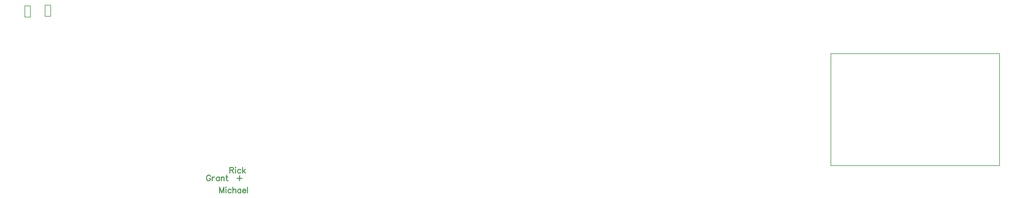
<source format=gbr>
G04 DipTrace 2.4.0.2*
%INTopAssy.gbr*%
%MOMM*%
%ADD10C,0.254*%
%ADD117C,0.392*%
%FSLAX53Y53*%
G04*
G71*
G90*
G75*
G01*
%LNTopAssy*%
%LPD*%
X36090Y104888D2*
D10*
X33550D1*
Y99808D1*
X36090D1*
Y104888D1*
X45297Y105205D2*
X42757D1*
Y100125D1*
X45297D1*
Y105205D1*
X397723Y32339D2*
X473922D1*
Y83139D1*
X397723D1*
Y32339D1*
X126180Y30319D2*
D117*
X127272D1*
X127637Y30442D1*
X127761Y30563D1*
X127881Y30805D1*
Y31049D1*
X127761Y31290D1*
X127637Y31414D1*
X127272Y31535D1*
X126180D1*
Y28982D1*
X127031Y30319D2*
X127881Y28982D1*
X128666Y31535D2*
X128787Y31414D1*
X128910Y31535D1*
X128787Y31658D1*
X128666Y31535D1*
X128787Y30684D2*
Y28982D1*
X131154Y30319D2*
X130910Y30563D1*
X130666Y30684D1*
X130304D1*
X130059Y30563D1*
X129818Y30319D1*
X129694Y29954D1*
Y29712D1*
X129818Y29347D1*
X130059Y29106D1*
X130304Y28982D1*
X130666D1*
X130910Y29106D1*
X131154Y29347D1*
X131939Y31535D2*
Y28982D1*
X133154Y30684D2*
X131939Y29468D1*
X132424Y29954D2*
X133275Y28982D1*
X117502Y27428D2*
X117381Y27670D1*
X117137Y27914D1*
X116896Y28035D1*
X116410D1*
X116166Y27914D1*
X115924Y27670D1*
X115801Y27428D1*
X115680Y27063D1*
Y26454D1*
X115801Y26092D1*
X115924Y25847D1*
X116166Y25606D1*
X116410Y25482D1*
X116896D1*
X117137Y25606D1*
X117381Y25847D1*
X117502Y26092D1*
Y26454D1*
X116896D1*
X118287Y27184D2*
Y25482D1*
Y26454D2*
X118410Y26819D1*
X118652Y27063D1*
X118896Y27184D1*
X119261D1*
X121502D2*
Y25482D1*
Y26819D2*
X121261Y27063D1*
X121017Y27184D1*
X120654D1*
X120410Y27063D1*
X120169Y26819D1*
X120045Y26454D1*
Y26212D1*
X120169Y25847D1*
X120410Y25606D1*
X120654Y25482D1*
X121017D1*
X121261Y25606D1*
X121502Y25847D1*
X122287Y27184D2*
Y25482D1*
Y26698D2*
X122652Y27063D1*
X122896Y27184D1*
X123258D1*
X123502Y27063D1*
X123623Y26698D1*
Y25482D1*
X124772Y28035D2*
Y25968D1*
X124893Y25606D1*
X125137Y25482D1*
X125379D1*
X124407Y27184D2*
X125258D1*
X123523Y19982D2*
Y22535D1*
X122551Y19982D1*
X121580Y22535D1*
Y19982D1*
X124307Y22535D2*
X124428Y22414D1*
X124552Y22535D1*
X124428Y22658D1*
X124307Y22535D1*
X124428Y21684D2*
Y19982D1*
X126796Y21319D2*
X126552Y21563D1*
X126307Y21684D1*
X125945D1*
X125701Y21563D1*
X125459Y21319D1*
X125336Y20954D1*
Y20712D1*
X125459Y20347D1*
X125701Y20106D1*
X125945Y19982D1*
X126307D1*
X126552Y20106D1*
X126796Y20347D1*
X127580Y22535D2*
Y19982D1*
Y21198D2*
X127945Y21563D1*
X128189Y21684D1*
X128554D1*
X128796Y21563D1*
X128917Y21198D1*
Y19982D1*
X131158Y21684D2*
Y19982D1*
Y21319D2*
X130917Y21563D1*
X130672Y21684D1*
X130310D1*
X130066Y21563D1*
X129824Y21319D1*
X129701Y20954D1*
Y20712D1*
X129824Y20347D1*
X130066Y20106D1*
X130310Y19982D1*
X130672D1*
X130917Y20106D1*
X131158Y20347D1*
X131942Y20954D2*
X133400D1*
Y21198D1*
X133279Y21442D1*
X133158Y21563D1*
X132914Y21684D1*
X132549D1*
X132307Y21563D1*
X132063Y21319D1*
X131942Y20954D1*
Y20712D1*
X132063Y20347D1*
X132307Y20106D1*
X132549Y19982D1*
X132914D1*
X133158Y20106D1*
X133400Y20347D1*
X134184Y22535D2*
Y19982D1*
X130572Y27751D2*
Y25563D1*
X129480Y26656D2*
X131667D1*
M02*

</source>
